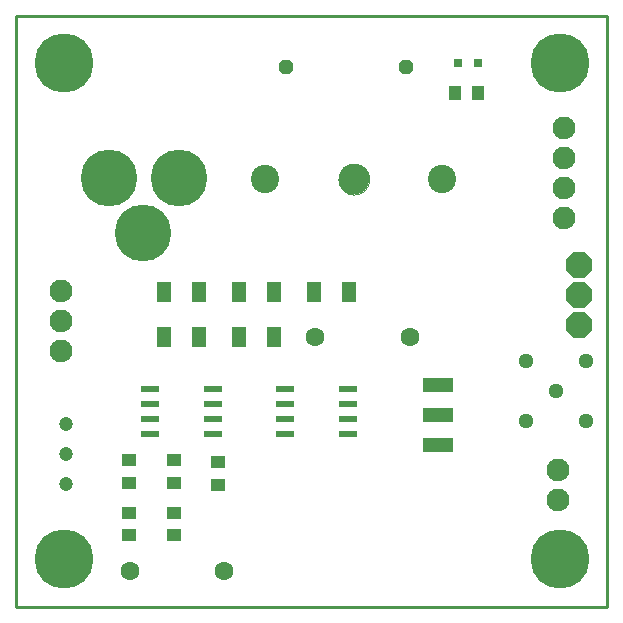
<source format=gts>
G75*
%MOIN*%
%OFA0B0*%
%FSLAX24Y24*%
%IPPOS*%
%LPD*%
%AMOC8*
5,1,8,0,0,1.08239X$1,22.5*
%
%ADD10C,0.0100*%
%ADD11R,0.0638X0.0236*%
%ADD12R,0.0512X0.0433*%
%ADD13C,0.0472*%
%ADD14C,0.0630*%
%ADD15R,0.0472X0.0669*%
%ADD16C,0.0760*%
%ADD17C,0.0945*%
%ADD18C,0.0000*%
%ADD19C,0.1024*%
%ADD20C,0.1890*%
%ADD21R,0.0315X0.0315*%
%ADD22R,0.0433X0.0512*%
%ADD23OC8,0.0480*%
%ADD24C,0.0512*%
%ADD25R,0.1000X0.0500*%
%ADD26OC8,0.0850*%
%ADD27C,0.1969*%
D10*
X000150Y000150D02*
X000150Y019835D01*
X019835Y019835D01*
X019835Y000150D01*
X000150Y000150D01*
D11*
X004589Y005900D03*
X004589Y006400D03*
X004589Y006900D03*
X004589Y007400D03*
X006711Y007400D03*
X006711Y006900D03*
X006711Y006400D03*
X006711Y005900D03*
X009089Y005900D03*
X009089Y006400D03*
X009089Y006900D03*
X009089Y007400D03*
X011211Y007400D03*
X011211Y006900D03*
X011211Y006400D03*
X011211Y005900D03*
D12*
X006870Y004964D03*
X006870Y004216D03*
X005400Y004276D03*
X005400Y005024D03*
X003900Y005024D03*
X003900Y004276D03*
X003900Y003274D03*
X003900Y002526D03*
X005400Y002526D03*
X005400Y003274D03*
D13*
X001821Y004241D03*
X001821Y005241D03*
X001821Y006241D03*
D14*
X003930Y001335D03*
X007079Y001335D03*
X010119Y009142D03*
X013268Y009142D03*
D15*
X011241Y010650D03*
X010059Y010650D03*
X008741Y010650D03*
X007559Y010650D03*
X006241Y010650D03*
X005059Y010650D03*
X005059Y009150D03*
X006241Y009150D03*
X007559Y009150D03*
X008741Y009150D03*
D16*
X001638Y008670D03*
X001638Y009670D03*
X001638Y010670D03*
X018200Y004700D03*
X018200Y003700D03*
X018400Y013100D03*
X018400Y014100D03*
X018400Y015100D03*
X018400Y016100D03*
D17*
X014353Y014400D03*
X008447Y014400D03*
D18*
X010888Y014400D02*
X010890Y014445D01*
X010896Y014489D01*
X010905Y014533D01*
X010919Y014575D01*
X010936Y014616D01*
X010957Y014656D01*
X010981Y014694D01*
X011008Y014729D01*
X011038Y014762D01*
X011071Y014792D01*
X011106Y014819D01*
X011144Y014843D01*
X011184Y014864D01*
X011225Y014881D01*
X011267Y014895D01*
X011311Y014904D01*
X011355Y014910D01*
X011400Y014912D01*
X011445Y014910D01*
X011489Y014904D01*
X011533Y014895D01*
X011575Y014881D01*
X011616Y014864D01*
X011656Y014843D01*
X011694Y014819D01*
X011729Y014792D01*
X011762Y014762D01*
X011792Y014729D01*
X011819Y014694D01*
X011843Y014656D01*
X011864Y014616D01*
X011881Y014575D01*
X011895Y014533D01*
X011904Y014489D01*
X011910Y014445D01*
X011912Y014400D01*
X011910Y014355D01*
X011904Y014311D01*
X011895Y014267D01*
X011881Y014225D01*
X011864Y014184D01*
X011843Y014144D01*
X011819Y014106D01*
X011792Y014071D01*
X011762Y014038D01*
X011729Y014008D01*
X011694Y013981D01*
X011656Y013957D01*
X011616Y013936D01*
X011575Y013919D01*
X011533Y013905D01*
X011489Y013896D01*
X011445Y013890D01*
X011400Y013888D01*
X011355Y013890D01*
X011311Y013896D01*
X011267Y013905D01*
X011225Y013919D01*
X011184Y013936D01*
X011144Y013957D01*
X011106Y013981D01*
X011071Y014008D01*
X011038Y014038D01*
X011008Y014071D01*
X010981Y014106D01*
X010957Y014144D01*
X010936Y014184D01*
X010919Y014225D01*
X010905Y014267D01*
X010896Y014311D01*
X010890Y014355D01*
X010888Y014400D01*
D19*
X011400Y014400D03*
D20*
X005557Y014439D03*
X004376Y012589D03*
X003235Y014439D03*
D21*
X014875Y018270D03*
X015525Y018270D03*
D22*
X015524Y017275D03*
X014776Y017275D03*
D23*
X013150Y018150D03*
X009150Y018150D03*
D24*
X017150Y008350D03*
X018150Y007350D03*
X017150Y006350D03*
X019150Y006350D03*
X019150Y008350D03*
D25*
X014205Y007536D03*
X014205Y006536D03*
X014205Y005536D03*
D26*
X018900Y009550D03*
X018900Y010550D03*
X018900Y011550D03*
D27*
X018260Y018260D03*
X018260Y001725D03*
X001725Y001725D03*
X001725Y018260D03*
M02*

</source>
